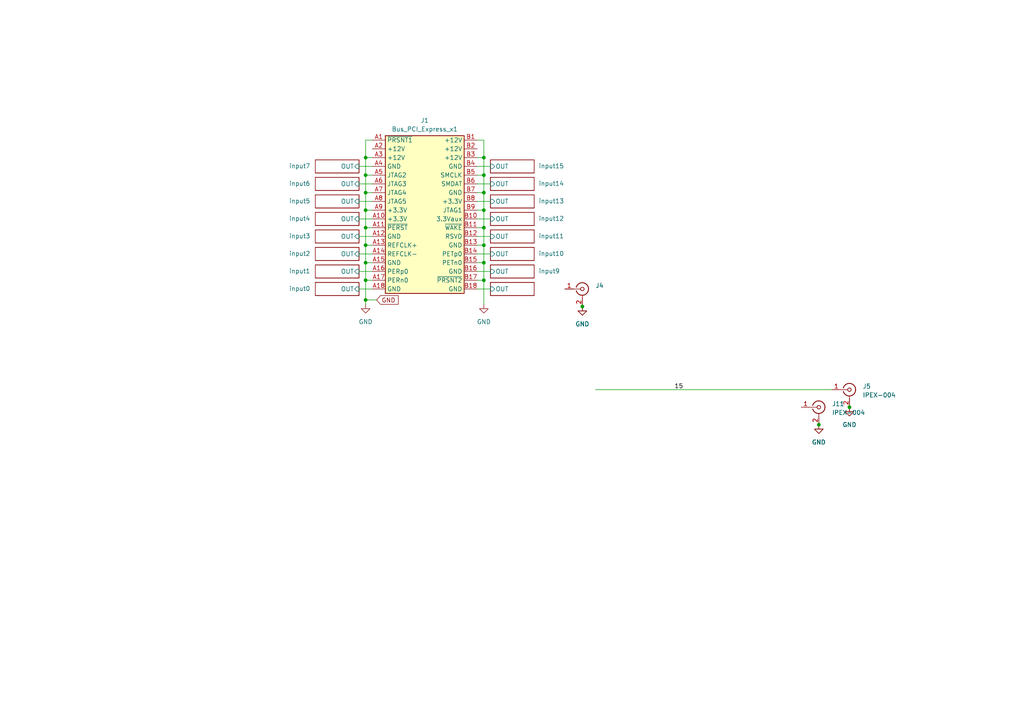
<source format=kicad_sch>
(kicad_sch (version 20231120) (generator "eeschema") (generator_version "8.0")
  (paper "A4")
  (lib_symbols
    (symbol "Connector:Conn_Coaxial" (pin_names (offset 1.016) hide)
      (property "Reference" "J" (at 0.254 3.048 0))
      (property "Value" "Conn_Coaxial" (at 2.921 0 90))
      (symbol "Conn_Coaxial_0_1"
        (arc (start -1.778 -0.508) (mid 0.2311 -1.8066) (end 1.778 0) (stroke (width 0.254)))
        (polyline (pts (xy -2.54 0) (xy -0.508 0)))
        (polyline (pts (xy 0 -2.54) (xy 0 -1.778)))
        (circle (center 0 0) (radius 0.508) (stroke (width 0.2032)))
        (arc (start 1.778 0) (mid 0.2099 1.8101) (end -1.778 0.508) (stroke (width 0.254)))
      )
      (symbol "Conn_Coaxial_1_1"
        (pin passive line (at -5.08 0 0) (length 2.54) (name "In") (number "1"))
        (pin passive line (at 0 -5.08 90) (length 2.54) (name "Ext") (number "2"))
      )
    )
    (symbol "pcie_x1:Bus_PCI_Express_x1"
      (property "Reference" "J1" (at 1.9559 -21.59 0))
      (property "Value" "Bus_PCI_Express_x1" (at 1.9559 -24.13 0))
      (symbol "Bus_PCI_Express_x1_0_1"
        (rectangle (start -11.43 22.86) (end 11.43 -22.86) (stroke (width 0.254)) (fill (type background)))
      )
      (symbol "Bus_PCI_Express_x1_1_1"
        (pin passive line (at -15.24 21.59 0) (length 3.81) (name "~{PRSNT1}") (number "A1"))
        (pin passive line (at -15.24 -1.27 0) (length 3.81) (name "+3.3V") (number "A10"))
        (pin input line (at -15.24 -3.81 0) (length 3.81) (name "~{PERST}") (number "A11"))
        (pin passive line (at -15.24 -6.35 0) (length 3.81) (name "GND") (number "A12"))
        (pin input line (at -15.24 -8.89 0) (length 3.81) (name "REFCLK+") (number "A13"))
        (pin input line (at -15.24 -11.43 0) (length 3.81) (name "REFCLK-") (number "A14"))
        (pin passive line (at -15.24 -13.97 0) (length 3.81) (name "GND") (number "A15"))
        (pin output line (at -15.24 -16.51 0) (length 3.81) (name "PERp0") (number "A16"))
        (pin output line (at -15.24 -19.05 0) (length 3.81) (name "PERn0") (number "A17"))
        (pin passive line (at -15.24 -21.59 0) (length 3.81) (name "GND") (number "A18"))
        (pin passive line (at -15.24 19.05 0) (length 3.81) (name "+12V") (number "A2"))
        (pin passive line (at -15.24 16.51 0) (length 3.81) (name "+12V") (number "A3"))
        (pin passive line (at -15.24 13.97 0) (length 3.81) (name "GND") (number "A4"))
        (pin input line (at -15.24 11.43 0) (length 3.81) (name "JTAG2") (number "A5"))
        (pin input line (at -15.24 8.89 0) (length 3.81) (name "JTAG3") (number "A6"))
        (pin output line (at -15.24 6.35 0) (length 3.81) (name "JTAG4") (number "A7"))
        (pin input line (at -15.24 3.81 0) (length 3.81) (name "JTAG5") (number "A8"))
        (pin passive line (at -15.24 1.27 0) (length 3.81) (name "+3.3V") (number "A9"))
        (pin power_in line (at 15.24 21.59 180) (length 3.81) (name "+12V") (number "B1"))
        (pin power_in line (at 15.24 -1.27 180) (length 3.81) (name "3.3Vaux") (number "B10"))
        (pin open_collector line (at 15.24 -3.81 180) (length 3.81) (name "~{WAKE}") (number "B11"))
        (pin passive line (at 15.24 -6.35 180) (length 3.81) (name "RSVD") (number "B12"))
        (pin passive line (at 15.24 -8.89 180) (length 3.81) (name "GND") (number "B13"))
        (pin input line (at 15.24 -11.43 180) (length 3.81) (name "PETp0") (number "B14"))
        (pin input line (at 15.24 -13.97 180) (length 3.81) (name "PETn0") (number "B15"))
        (pin passive line (at 15.24 -16.51 180) (length 3.81) (name "GND") (number "B16"))
        (pin passive line (at 15.24 -19.05 180) (length 3.81) (name "~{PRSNT2}") (number "B17"))
        (pin passive line (at 15.24 -21.59 180) (length 3.81) (name "GND") (number "B18"))
        (pin passive line (at 15.24 19.05 180) (length 3.81) (name "+12V") (number "B2"))
        (pin passive line (at 15.24 16.51 180) (length 3.81) (name "+12V") (number "B3"))
        (pin power_in line (at 15.24 13.97 180) (length 3.81) (name "GND") (number "B4"))
        (pin input line (at 15.24 11.43 180) (length 3.81) (name "SMCLK") (number "B5"))
        (pin bidirectional line (at 15.24 8.89 180) (length 3.81) (name "SMDAT") (number "B6"))
        (pin passive line (at 15.24 6.35 180) (length 3.81) (name "GND") (number "B7"))
        (pin power_in line (at 15.24 3.81 180) (length 3.81) (name "+3.3V") (number "B8"))
        (pin input line (at 15.24 1.27 180) (length 3.81) (name "JTAG1") (number "B9"))
      )
    )
    (symbol "power:GND" (power) (pin_names (offset 0))
      (property "Value" "GND" (at 0 -3.81 0))
      (symbol "GND_0_1"
        (polyline (pts (xy 0 0) (xy 0 -1.27) (xy 1.27 -1.27) (xy 0 -2.54) (xy -1.27 -1.27) (xy 0 -1.27)))
      )
      (symbol "GND_1_1"
        (pin power_in line (at 0 0 270) (length 0) hide (name "GND") (number "1"))
      )
    )
  )
  (junction (at 106.045 81.28))
  (junction (at 106.045 86.995))
  (junction (at 106.045 45.72))
  (junction (at 140.335 81.28))
  (junction (at 106.045 55.88))
  (junction (at 140.335 50.8))
  (junction (at 140.335 76.2))
  (junction (at 106.045 60.96))
  (junction (at 168.91 88.9))
  (junction (at 140.335 55.88))
  (junction (at 106.045 50.8))
  (junction (at 106.045 66.04))
  (junction (at 140.335 71.12))
  (junction (at 246.38 118.11))
  (junction (at 140.335 60.96))
  (junction (at 237.49 123.19))
  (junction (at 106.045 71.12))
  (junction (at 106.045 76.2))
  (junction (at 140.335 45.72))
  (junction (at 140.335 66.04))
  (wire (pts (xy 138.43 58.42) (xy 142.24 58.42)))
  (wire (pts (xy 140.335 71.12) (xy 140.335 76.2)))
  (wire (pts (xy 138.43 78.74) (xy 142.24 78.74)))
  (wire (pts (xy 138.43 53.34) (xy 142.24 53.34)))
  (wire (pts (xy 138.43 73.66) (xy 142.24 73.66)))
  (wire (pts (xy 104.14 78.74) (xy 107.95 78.74)))
  (wire (pts (xy 106.045 50.8) (xy 106.045 55.88)))
  (wire (pts (xy 106.045 66.04) (xy 106.045 71.12)))
  (wire (pts (xy 140.335 50.8) (xy 140.335 55.88)))
  (wire (pts (xy 104.14 83.82) (xy 107.95 83.82)))
  (wire (pts (xy 138.43 71.12) (xy 140.335 71.12)))
  (wire (pts (xy 140.335 81.28) (xy 138.43 81.28)))
  (wire (pts (xy 138.43 68.58) (xy 142.24 68.58)))
  (wire (pts (xy 106.045 86.995) (xy 109.22 86.995)))
  (wire (pts (xy 140.335 40.64) (xy 140.335 45.72)))
  (wire (pts (xy 138.43 45.72) (xy 140.335 45.72)))
  (wire (pts (xy 106.045 76.2) (xy 107.95 76.2)))
  (wire (pts (xy 106.045 45.72) (xy 106.045 50.8)))
  (wire (pts (xy 138.43 40.64) (xy 140.335 40.64)))
  (wire (pts (xy 140.335 60.96) (xy 140.335 66.04)))
  (wire (pts (xy 106.045 71.12) (xy 106.045 76.2)))
  (wire (pts (xy 138.43 55.88) (xy 140.335 55.88)))
  (wire (pts (xy 104.14 48.26) (xy 107.95 48.26)))
  (wire (pts (xy 172.72 113.03) (xy 241.3 113.03)))
  (wire (pts (xy 106.045 86.995) (xy 106.045 88.265)))
  (wire (pts (xy 104.14 73.66) (xy 107.95 73.66)))
  (wire (pts (xy 104.14 53.34) (xy 107.95 53.34)))
  (wire (pts (xy 106.045 60.96) (xy 107.95 60.96)))
  (wire (pts (xy 106.045 55.88) (xy 107.95 55.88)))
  (wire (pts (xy 106.045 71.12) (xy 107.95 71.12)))
  (wire (pts (xy 106.045 55.88) (xy 106.045 60.96)))
  (wire (pts (xy 140.335 81.28) (xy 140.335 88.265)))
  (wire (pts (xy 138.43 50.8) (xy 140.335 50.8)))
  (wire (pts (xy 106.045 50.8) (xy 107.95 50.8)))
  (wire (pts (xy 106.045 81.28) (xy 106.045 86.995)))
  (wire (pts (xy 138.43 76.2) (xy 140.335 76.2)))
  (wire (pts (xy 106.045 60.96) (xy 106.045 66.04)))
  (wire (pts (xy 138.43 60.96) (xy 140.335 60.96)))
  (wire (pts (xy 104.14 63.5) (xy 107.95 63.5)))
  (wire (pts (xy 138.43 66.04) (xy 140.335 66.04)))
  (wire (pts (xy 140.335 66.04) (xy 140.335 71.12)))
  (wire (pts (xy 106.045 76.2) (xy 106.045 81.28)))
  (wire (pts (xy 107.95 40.64) (xy 106.045 40.64)))
  (wire (pts (xy 138.43 83.82) (xy 142.24 83.82)))
  (wire (pts (xy 104.14 58.42) (xy 107.95 58.42)))
  (wire (pts (xy 106.045 45.72) (xy 107.95 45.72)))
  (wire (pts (xy 140.335 55.88) (xy 140.335 60.96)))
  (wire (pts (xy 106.045 66.04) (xy 107.95 66.04)))
  (wire (pts (xy 140.335 45.72) (xy 140.335 50.8)))
  (wire (pts (xy 138.43 63.5) (xy 142.24 63.5)))
  (wire (pts (xy 106.045 40.64) (xy 106.045 45.72)))
  (wire (pts (xy 104.14 68.58) (xy 107.95 68.58)))
  (wire (pts (xy 106.045 81.28) (xy 107.95 81.28)))
  (wire (pts (xy 140.335 76.2) (xy 140.335 81.28)))
  (wire (pts (xy 138.43 48.26) (xy 142.24 48.26)))
  (label "15" (at 195.58 113.03 0))
  (global_label "GND" (shape input) (at 109.22 86.995 0) (property "Intersheetrefs" "${INTERSHEET_REFS}" (effects (hide yes))))
  (symbol (lib_id "Connector:Conn_Coaxial") (at 246.38 113.03 0) (unit 1)
    (property "Reference" "J5" (at 250.19 112.0532 0) (effects (justify left)))
    (property "Value" "IPEX-004" (at 250.19 114.5932 0) (effects (justify left)))
    (property "Footprint" "Connector_Coaxial:SMA_Amphenol_132289_EdgeMount" (effects (hide yes)))
  )
  (symbol (lib_id "power:GND") (at 168.91 88.9 0) (mirror y) (unit 1)
    (property "Reference" "#PWR023" (effects (hide yes)))
    (property "Value" "GND" (at 168.91 93.98 0))
  )
  (symbol (lib_id "pcie_x1:Bus_PCI_Express_x1") (at 123.19 62.23 0) (unit 1)
    (property "Reference" "J1" (at 123.19 34.925 0))
    (property "Value" "Bus_PCI_Express_x1" (at 123.19 37.465 0))
    (property "Footprint" "Connector_PCBEdge:BUS_PCIexpress_x1" (effects (hide yes)))
    (property "Datasheet" "http://www.ritrontek.com/uploadfile/2016/1026/20161026105231124.pdf#page=63" (effects (hide yes)))
  )
  (symbol (lib_id "power:GND") (at 168.91 88.9 0) (mirror y) (unit 1)
    (property "Reference" "#PWR024" (effects (hide yes)))
    (property "Value" "GND" (at 168.91 93.98 0))
  )
  (symbol (lib_id "power:GND") (at 246.38 118.11 0) (mirror y) (unit 1)
    (property "Reference" "#PWR049" (effects (hide yes)))
    (property "Value" "GND" (at 246.38 123.19 0))
  )
  (symbol (lib_id "power:GND") (at 246.38 118.11 0) (mirror y) (unit 1)
    (property "Reference" "#PWR050" (effects (hide yes)))
    (property "Value" "GND" (at 246.38 123.19 0))
  )
  (symbol (lib_id "power:GND") (at 106.045 88.265 0) (unit 1)
    (property "Reference" "#PWR016" (effects (hide yes)))
    (property "Value" "GND" (at 106.045 93.345 0))
  )
  (symbol (lib_id "Connector:Conn_Coaxial") (at 237.49 118.11 0) (unit 1)
    (property "Reference" "J11" (at 241.3 117.1332 0) (effects (justify left)))
    (property "Value" "IPEX-004" (at 241.3 119.6732 0) (effects (justify left)))
    (property "Footprint" "Connector_Coaxial:SMA_Amphenol_132289_EdgeMount" (effects (hide yes)))
  )
  (symbol (lib_id "power:GND") (at 237.49 123.19 0) (mirror y) (unit 1)
    (property "Reference" "#PWR047" (effects (hide yes)))
    (property "Value" "GND" (at 237.49 128.27 0))
  )
  (symbol (lib_id "power:GND") (at 237.49 123.19 0) (mirror y) (unit 1)
    (property "Reference" "#PWR048" (effects (hide yes)))
    (property "Value" "GND" (at 237.49 128.27 0))
  )
  (symbol (lib_id "Connector:Conn_Coaxial") (at 168.91 83.82 0) (unit 1)
    (property "Reference" "J4" (at 172.72 82.8432 0) (effects (justify left)))
    (property "Value" "IPEX-004" (effects (hide yes)))
    (property "Footprint" "Connector_Coaxial:U.FL_Molex_MCRF_73412-0110_Vertical" (effects (hide yes)))
    (property "Datasheet" " ~" (effects (hide yes)))
  )
  (symbol (lib_id "power:GND") (at 140.335 88.265 0) (unit 1)
    (property "Reference" "#PWR017" (effects (hide yes)))
    (property "Value" "GND" (at 140.335 93.345 0))
  )
  (sheet (at 142.24 66.675) (size 12.7 3.81) (stroke (width 0.1524))
    (property "Sheetname" "input11" (at 156.21 69.215 0) (effects (justify left bottom)))
    (property "Sheetfile" "input.kicad_sch" (effects (hide yes)))
    (pin "OUT" input (at 142.24 68.58 180))
  )
  (sheet (at 91.44 71.755) (size 12.7 3.81) (stroke (width 0.1524))
    (property "Sheetname" "input2" (at 83.82 74.295 0) (effects (justify left bottom)))
    (property "Sheetfile" "input.kicad_sch" (effects (hide yes)))
    (pin "OUT" input (at 104.14 73.66 0))
  )
  (sheet (at 142.24 56.515) (size 12.7 3.81) (stroke (width 0.1524))
    (property "Sheetname" "input13" (at 156.21 59.055 0) (effects (justify left bottom)))
    (property "Sheetfile" "input.kicad_sch" (effects (hide yes)))
    (pin "OUT" input (at 142.24 58.42 180))
  )
  (sheet (at 142.24 71.755) (size 12.7 3.81) (stroke (width 0.1524))
    (property "Sheetname" "input10" (at 156.21 74.295 0) (effects (justify left bottom)))
    (property "Sheetfile" "input.kicad_sch" (effects (hide yes)))
    (pin "OUT" input (at 142.24 73.66 180))
  )
  (sheet (at 142.24 46.355) (size 12.7 3.81) (stroke (width 0.1524))
    (property "Sheetname" "input15" (at 156.21 48.895 0) (effects (justify left bottom)))
    (property "Sheetfile" "input.kicad_sch" (effects (hide yes)))
    (pin "OUT" input (at 142.24 48.26 180))
  )
  (sheet (at 91.44 46.355) (size 12.7 3.81) (stroke (width 0.1524))
    (property "Sheetname" "input7" (at 83.82 48.895 0) (effects (justify left bottom)))
    (property "Sheetfile" "input.kicad_sch" (effects (hide yes)))
    (pin "OUT" input (at 104.14 48.26 0))
  )
  (sheet (at 142.24 76.835) (size 12.7 3.81) (stroke (width 0.1524))
    (property "Sheetname" "input9" (at 156.21 79.375 0) (effects (justify left bottom)))
    (property "Sheetfile" "input.kicad_sch" (effects (hide yes)))
    (pin "OUT" input (at 142.24 78.74 180))
  )
  (sheet (at 142.24 61.595) (size 12.7 3.81) (stroke (width 0.1524))
    (property "Sheetname" "input12" (at 156.21 64.135 0) (effects (justify left bottom)))
    (property "Sheetfile" "input.kicad_sch" (effects (hide yes)))
    (pin "OUT" input (at 142.24 63.5 180))
  )
  (sheet (at 91.44 51.435) (size 12.7 3.81) (stroke (width 0.1524))
    (property "Sheetname" "input6" (at 83.82 53.975 0) (effects (justify left bottom)))
    (property "Sheetfile" "input.kicad_sch" (effects (hide yes)))
    (pin "OUT" input (at 104.14 53.34 0))
  )
  (sheet (at 91.44 76.835) (size 12.7 3.81) (stroke (width 0.1524))
    (property "Sheetname" "input1" (at 83.82 79.375 0) (effects (justify left bottom)))
    (property "Sheetfile" "input.kicad_sch" (effects (hide yes)))
    (pin "OUT" input (at 104.14 78.74 0))
  )
  (sheet (at 142.24 51.435) (size 12.7 3.81) (stroke (width 0.1524))
    (property "Sheetname" "input14" (at 156.21 53.975 0) (effects (justify left bottom)))
    (property "Sheetfile" "input.kicad_sch" (effects (hide yes)))
    (pin "OUT" input (at 142.24 53.34 180))
  )
  (sheet (at 91.44 61.595) (size 12.7 3.81) (stroke (width 0.1524))
    (property "Sheetname" "input4" (at 83.82 64.135 0) (effects (justify left bottom)))
    (property "Sheetfile" "input.kicad_sch" (effects (hide yes)))
    (pin "OUT" input (at 104.14 63.5 0))
  )
  (sheet (at 91.44 66.675) (size 12.7 3.81) (stroke (width 0.1524))
    (property "Sheetname" "input3" (at 83.82 69.215 0) (effects (justify left bottom)))
    (property "Sheetfile" "input.kicad_sch" (effects (hide yes)))
    (pin "OUT" input (at 104.14 68.58 0))
  )
  (sheet (at 91.44 81.915) (size 12.7 3.81) (stroke (width 0.1524))
    (property "Sheetname" "input0" (at 83.82 84.455 0) (effects (justify left bottom)))
    (property "Sheetfile" "input.kicad_sch" (effects (hide yes)))
    (pin "OUT" input (at 104.14 83.82 0))
  )
  (sheet (at 91.44 56.515) (size 12.7 3.81) (stroke (width 0.1524))
    (property "Sheetname" "input5" (at 83.82 59.055 0) (effects (justify left bottom)))
    (property "Sheetfile" "input.kicad_sch" (effects (hide yes)))
    (pin "OUT" input (at 104.14 58.42 0))
  )
  (sheet (at 142.24 81.915) (size 12.7 3.81) (stroke (width 0.1524))
    (property "Sheetname" "input8" (effects (hide yes)))
    (property "Sheetfile" "input.kicad_sch" (effects (hide yes)))
    (pin "OUT" input (at 142.24 83.82 180))
  )
)
</source>
